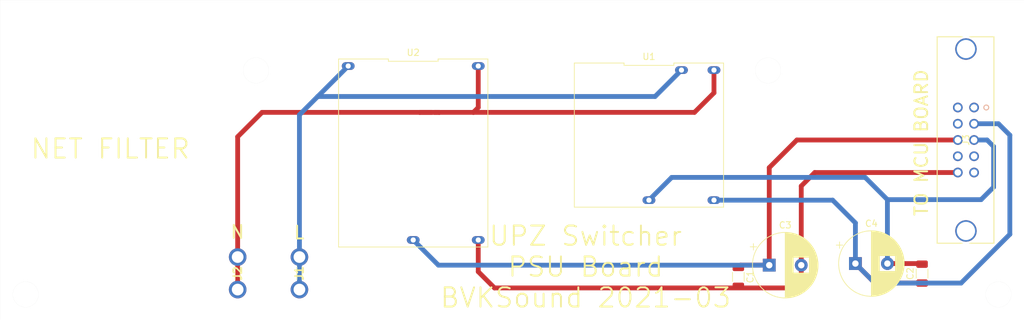
<source format=kicad_pcb>
(kicad_pcb (version 20171130) (host pcbnew "(5.1.9)-1")

  (general
    (thickness 1.6)
    (drawings 12)
    (tracks 56)
    (zones 0)
    (modules 9)
    (nets 15)
  )

  (page A4)
  (layers
    (0 F.Cu signal)
    (31 B.Cu signal)
    (32 B.Adhes user)
    (33 F.Adhes user)
    (34 B.Paste user)
    (35 F.Paste user)
    (36 B.SilkS user)
    (37 F.SilkS user)
    (38 B.Mask user)
    (39 F.Mask user)
    (40 Dwgs.User user)
    (41 Cmts.User user)
    (42 Eco1.User user)
    (43 Eco2.User user)
    (44 Edge.Cuts user)
    (45 Margin user)
    (46 B.CrtYd user)
    (47 F.CrtYd user)
    (48 B.Fab user)
    (49 F.Fab user)
  )

  (setup
    (last_trace_width 0.25)
    (user_trace_width 0.5)
    (user_trace_width 0.75)
    (user_trace_width 1)
    (trace_clearance 0.2)
    (zone_clearance 0.508)
    (zone_45_only no)
    (trace_min 0.2)
    (via_size 0.8)
    (via_drill 0.4)
    (via_min_size 0.4)
    (via_min_drill 0.3)
    (uvia_size 0.3)
    (uvia_drill 0.1)
    (uvias_allowed no)
    (uvia_min_size 0.2)
    (uvia_min_drill 0.1)
    (edge_width 0.05)
    (segment_width 0.2)
    (pcb_text_width 0.3)
    (pcb_text_size 1.5 1.5)
    (mod_edge_width 0.12)
    (mod_text_size 1 1)
    (mod_text_width 0.15)
    (pad_size 1.524 1.524)
    (pad_drill 0.762)
    (pad_to_mask_clearance 0)
    (aux_axis_origin 0 0)
    (visible_elements 7FFFFFFF)
    (pcbplotparams
      (layerselection 0x010fc_ffffffff)
      (usegerberextensions false)
      (usegerberattributes true)
      (usegerberadvancedattributes true)
      (creategerberjobfile true)
      (excludeedgelayer true)
      (linewidth 0.100000)
      (plotframeref false)
      (viasonmask false)
      (mode 1)
      (useauxorigin false)
      (hpglpennumber 1)
      (hpglpenspeed 20)
      (hpglpendiameter 15.000000)
      (psnegative false)
      (psa4output false)
      (plotreference true)
      (plotvalue true)
      (plotinvisibletext false)
      (padsonsilk false)
      (subtractmaskfromsilk false)
      (outputformat 1)
      (mirror false)
      (drillshape 0)
      (scaleselection 1)
      (outputdirectory "../../GERBER/PSU_Board/"))
  )

  (net 0 "")
  (net 1 Phantom_48V_GND)
  (net 2 Phantom_48V)
  (net 3 5V_GND)
  (net 4 5V)
  (net 5 "Net-(J1-Pad1)")
  (net 6 "Net-(J2-Pad1)")
  (net 7 "Net-(J3-Pad1)")
  (net 8 "Net-(J3-Pad2)")
  (net 9 "Net-(J3-Pad4)")
  (net 10 "Net-(J3-Pad7)")
  (net 11 "Net-(J3-Pad8)")
  (net 12 "Net-(J3-Pad9)")
  (net 13 "Net-(J3-Pad11)")
  (net 14 "Net-(J3-Pad12)")

  (net_class Default "This is the default net class."
    (clearance 0.2)
    (trace_width 0.25)
    (via_dia 0.8)
    (via_drill 0.4)
    (uvia_dia 0.3)
    (uvia_drill 0.1)
    (add_net 5V)
    (add_net 5V_GND)
    (add_net "Net-(J1-Pad1)")
    (add_net "Net-(J2-Pad1)")
    (add_net "Net-(J3-Pad1)")
    (add_net "Net-(J3-Pad11)")
    (add_net "Net-(J3-Pad12)")
    (add_net "Net-(J3-Pad2)")
    (add_net "Net-(J3-Pad4)")
    (add_net "Net-(J3-Pad7)")
    (add_net "Net-(J3-Pad8)")
    (add_net "Net-(J3-Pad9)")
    (add_net Phantom_48V)
    (add_net Phantom_48V_GND)
  )

  (module BVKSound:17263862 (layer F.Cu) (tedit 0) (tstamp 604EC565)
    (at 109.982 136.398 90)
    (descr 1-726386-2-3)
    (tags Connector)
    (path /604F3218)
    (fp_text reference J2 (at 2.54 0 90) (layer F.SilkS)
      (effects (font (size 1.27 1.27) (thickness 0.254)))
    )
    (fp_text value 1-726386-2 (at 2.54 0 90) (layer F.SilkS) hide
      (effects (font (size 1.27 1.27) (thickness 0.254)))
    )
    (fp_line (start 1.54 0.4) (end 3.54 0.4) (layer F.SilkS) (width 0.1))
    (fp_line (start 1.54 -0.4) (end 3.54 -0.4) (layer F.SilkS) (width 0.1))
    (fp_line (start -2.46 2.372) (end -2.46 -2.372) (layer F.CrtYd) (width 0.1))
    (fp_line (start 7.54 2.372) (end -2.46 2.372) (layer F.CrtYd) (width 0.1))
    (fp_line (start 7.54 -2.372) (end 7.54 2.372) (layer F.CrtYd) (width 0.1))
    (fp_line (start -2.46 -2.372) (end 7.54 -2.372) (layer F.CrtYd) (width 0.1))
    (fp_line (start -1.46 0.4) (end -1.46 -0.4) (layer F.Fab) (width 0.2))
    (fp_line (start 6.54 0.4) (end -1.46 0.4) (layer F.Fab) (width 0.2))
    (fp_line (start 6.54 -0.4) (end 6.54 0.4) (layer F.Fab) (width 0.2))
    (fp_line (start -1.46 -0.4) (end 6.54 -0.4) (layer F.Fab) (width 0.2))
    (fp_text user %R (at 2.54 0 90) (layer F.Fab)
      (effects (font (size 1.27 1.27) (thickness 0.254)))
    )
    (pad 1 thru_hole circle (at 0 0 90) (size 2.745 2.745) (drill 1.83) (layers *.Cu *.Mask)
      (net 6 "Net-(J2-Pad1)"))
    (pad 2 thru_hole circle (at 5.08 0 90) (size 2.745 2.745) (drill 1.83) (layers *.Cu *.Mask)
      (net 6 "Net-(J2-Pad1)"))
    (model 1-726386-2.stp
      (offset (xyz 2.539999923706063 0 9.949999659831125))
      (scale (xyz 1 1 1))
      (rotate (xyz 0 0 0))
    )
  )

  (module BVKSound:17263862 (layer F.Cu) (tedit 0) (tstamp 604EC554)
    (at 119.634 136.398 90)
    (descr 1-726386-2-3)
    (tags Connector)
    (path /604F269E)
    (fp_text reference J1 (at 2.54 0 90) (layer F.SilkS)
      (effects (font (size 1.27 1.27) (thickness 0.254)))
    )
    (fp_text value 1-726386-2 (at 2.54 0 90) (layer F.SilkS) hide
      (effects (font (size 1.27 1.27) (thickness 0.254)))
    )
    (fp_line (start 1.54 0.4) (end 3.54 0.4) (layer F.SilkS) (width 0.1))
    (fp_line (start 1.54 -0.4) (end 3.54 -0.4) (layer F.SilkS) (width 0.1))
    (fp_line (start -2.46 2.372) (end -2.46 -2.372) (layer F.CrtYd) (width 0.1))
    (fp_line (start 7.54 2.372) (end -2.46 2.372) (layer F.CrtYd) (width 0.1))
    (fp_line (start 7.54 -2.372) (end 7.54 2.372) (layer F.CrtYd) (width 0.1))
    (fp_line (start -2.46 -2.372) (end 7.54 -2.372) (layer F.CrtYd) (width 0.1))
    (fp_line (start -1.46 0.4) (end -1.46 -0.4) (layer F.Fab) (width 0.2))
    (fp_line (start 6.54 0.4) (end -1.46 0.4) (layer F.Fab) (width 0.2))
    (fp_line (start 6.54 -0.4) (end 6.54 0.4) (layer F.Fab) (width 0.2))
    (fp_line (start -1.46 -0.4) (end 6.54 -0.4) (layer F.Fab) (width 0.2))
    (fp_text user %R (at 2.54 0 90) (layer F.Fab)
      (effects (font (size 1.27 1.27) (thickness 0.254)))
    )
    (pad 1 thru_hole circle (at 0 0 90) (size 2.745 2.745) (drill 1.83) (layers *.Cu *.Mask)
      (net 5 "Net-(J1-Pad1)"))
    (pad 2 thru_hole circle (at 5.08 0 90) (size 2.745 2.745) (drill 1.83) (layers *.Cu *.Mask)
      (net 5 "Net-(J1-Pad1)"))
    (model 1-726386-2.stp
      (offset (xyz 2.539999923706063 0 9.949999659831125))
      (scale (xyz 1 1 1))
      (rotate (xyz 0 0 0))
    )
  )

  (module BVKSound:71918-110LF (layer F.Cu) (tedit 0) (tstamp 604ECFB0)
    (at 225.044 107.95 270)
    (path /60506587)
    (fp_text reference J3 (at 5.08 1.27 90) (layer F.SilkS)
      (effects (font (size 1 1) (thickness 0.15)))
    )
    (fp_text value "TO MCU BOARD" (at 5.5 8.244 90) (layer F.SilkS)
      (effects (font (size 2 2) (thickness 0.3)))
    )
    (fp_circle (center 0 -1.905) (end 0.381 -1.905) (layer F.Fab) (width 0.1524))
    (fp_circle (center 0 -1.905) (end 0.381 -1.905) (layer B.SilkS) (width 0.1524))
    (fp_circle (center 0 -1.905) (end 0.381 -1.905) (layer F.SilkS) (width 0.1524))
    (fp_line (start 21.336 -7.493) (end -11.176 -7.493) (layer F.CrtYd) (width 0.1524))
    (fp_line (start 21.336 5.8928) (end 21.336 -7.493) (layer F.CrtYd) (width 0.1524))
    (fp_line (start -11.176 5.8928) (end 21.336 5.8928) (layer F.CrtYd) (width 0.1524))
    (fp_line (start -11.176 -7.493) (end -11.176 5.8928) (layer F.CrtYd) (width 0.1524))
    (fp_line (start 21.209 0.670775) (end 21.209 -3.0988) (layer F.SilkS) (width 0.1524))
    (fp_line (start -11.049 1.869225) (end -11.049 5.7658) (layer F.SilkS) (width 0.1524))
    (fp_line (start -10.922 -2.9718) (end -10.922 5.6388) (layer F.Fab) (width 0.1524))
    (fp_line (start 21.082 -2.9718) (end -10.922 -2.9718) (layer F.Fab) (width 0.1524))
    (fp_line (start 21.082 5.6388) (end 21.082 -2.9718) (layer F.Fab) (width 0.1524))
    (fp_line (start -10.922 5.6388) (end 21.082 5.6388) (layer F.Fab) (width 0.1524))
    (fp_line (start -11.049 -3.0988) (end -11.049 0.670775) (layer F.SilkS) (width 0.1524))
    (fp_line (start 21.209 -3.0988) (end -11.049 -3.0988) (layer F.SilkS) (width 0.1524))
    (fp_line (start 21.209 5.7658) (end 21.209 1.869225) (layer F.SilkS) (width 0.1524))
    (fp_line (start -11.049 5.7658) (end 21.209 5.7658) (layer F.SilkS) (width 0.1524))
    (fp_text user "Copyright 2016 Accelerated Designs. All rights reserved." (at 0 0 90) (layer Cmts.User)
      (effects (font (size 0.127 0.127) (thickness 0.002)))
    )
    (fp_text user * (at 0 0 90) (layer F.SilkS)
      (effects (font (size 1 1) (thickness 0.15)))
    )
    (fp_text user * (at 0 0 90) (layer F.Fab)
      (effects (font (size 1 1) (thickness 0.15)))
    )
    (pad 1 thru_hole circle (at 0 0 270) (size 1.524 1.524) (drill 1.016) (layers *.Cu *.Mask)
      (net 7 "Net-(J3-Pad1)"))
    (pad 2 thru_hole circle (at 0 2.54 270) (size 1.524 1.524) (drill 1.016) (layers *.Cu *.Mask)
      (net 8 "Net-(J3-Pad2)"))
    (pad 3 thru_hole circle (at 2.54 0 270) (size 1.524 1.524) (drill 1.016) (layers *.Cu *.Mask)
      (net 4 5V))
    (pad 4 thru_hole circle (at 2.54 2.54 270) (size 1.524 1.524) (drill 1.016) (layers *.Cu *.Mask)
      (net 9 "Net-(J3-Pad4)"))
    (pad 5 thru_hole circle (at 5.08 0 270) (size 1.524 1.524) (drill 1.016) (layers *.Cu *.Mask)
      (net 3 5V_GND))
    (pad 6 thru_hole circle (at 5.08 2.54 270) (size 1.524 1.524) (drill 1.016) (layers *.Cu *.Mask)
      (net 2 Phantom_48V))
    (pad 7 thru_hole circle (at 7.62 0 270) (size 1.524 1.524) (drill 1.016) (layers *.Cu *.Mask)
      (net 10 "Net-(J3-Pad7)"))
    (pad 8 thru_hole circle (at 7.62 2.54 270) (size 1.524 1.524) (drill 1.016) (layers *.Cu *.Mask)
      (net 11 "Net-(J3-Pad8)"))
    (pad 9 thru_hole circle (at 10.16 0 270) (size 1.524 1.524) (drill 1.016) (layers *.Cu *.Mask)
      (net 12 "Net-(J3-Pad9)"))
    (pad 10 thru_hole circle (at 10.16 2.54 270) (size 1.524 1.524) (drill 1.016) (layers *.Cu *.Mask)
      (net 1 Phantom_48V_GND))
    (pad 11 thru_hole circle (at -9.1313 1.27 270) (size 3.3528 3.3528) (drill 2.8448) (layers *.Cu *.Mask)
      (net 13 "Net-(J3-Pad11)"))
    (pad 12 thru_hole circle (at 19.2913 1.27 270) (size 3.3528 3.3528) (drill 2.8448) (layers *.Cu *.Mask)
      (net 14 "Net-(J3-Pad12)"))
  )

  (module BVKSound:VCE05US48 (layer F.Cu) (tedit 604E0B68) (tstamp 604EC58D)
    (at 137.414 115.062 270)
    (path /604FA8EF)
    (fp_text reference U2 (at -15.69 0) (layer F.SilkS)
      (effects (font (size 1 1) (thickness 0.15)))
    )
    (fp_text value VCE05US48 (at 0 0 90) (layer F.Fab)
      (effects (font (size 1 1) (thickness 0.15)))
    )
    (fp_line (start -14.44 11.41) (end -14.44 -11.41) (layer F.CrtYd) (width 0.05))
    (fp_line (start 14.44 11.41) (end -14.44 11.41) (layer F.CrtYd) (width 0.05))
    (fp_line (start 14.44 -11.41) (end 14.44 11.41) (layer F.CrtYd) (width 0.05))
    (fp_line (start -14.44 -11.41) (end 14.44 -11.41) (layer F.CrtYd) (width 0.05))
    (fp_line (start -14.69 3.886666) (end -14.69 11.66) (layer F.SilkS) (width 0.12))
    (fp_line (start -14.33 3.886666) (end -14.69 3.886666) (layer F.SilkS) (width 0.12))
    (fp_line (start -14.33 -3.886666) (end -14.33 3.886666) (layer F.SilkS) (width 0.12))
    (fp_line (start -14.69 -3.886666) (end -14.33 -3.886666) (layer F.SilkS) (width 0.12))
    (fp_line (start -14.69 -11.66) (end -14.69 -3.886666) (layer F.SilkS) (width 0.12))
    (fp_line (start 14.69 -11.66) (end -14.69 -11.66) (layer F.SilkS) (width 0.12))
    (fp_line (start 14.69 11.66) (end 14.69 -11.66) (layer F.SilkS) (width 0.12))
    (fp_line (start -14.69 11.66) (end 14.69 11.66) (layer F.SilkS) (width 0.12))
    (pad 3 thru_hole oval (at 13.59 0 270) (size 1.2 2) (drill 0.8) (layers *.Cu *.Mask)
      (net 2 Phantom_48V))
    (pad 4 thru_hole oval (at 13.59 -10.16 270) (size 1.2 2) (drill 0.8) (layers *.Cu *.Mask)
      (net 1 Phantom_48V_GND))
    (pad 1 thru_hole oval (at -13.59 10.16 270) (size 1.2 2) (drill 0.8) (layers *.Cu *.Mask)
      (net 5 "Net-(J1-Pad1)"))
    (pad 2 thru_hole oval (at -13.59 -10.16 270) (size 1.2 2) (drill 0.8) (layers *.Cu *.Mask)
      (net 6 "Net-(J2-Pad1)"))
  )

  (module BVKSound:MP-LD05-23B05R2 (layer F.Cu) (tedit 604E0CC3) (tstamp 604EC579)
    (at 174.244 112.268 270)
    (path /604FA094)
    (fp_text reference U1 (at -12.26 0) (layer F.SilkS)
      (effects (font (size 1 1) (thickness 0.15)))
    )
    (fp_text value MP-LD05-23B05R2 (at 0 0 90) (layer F.Fab)
      (effects (font (size 1 1) (thickness 0.15)))
    )
    (fp_line (start -11.01 11.41) (end -11.01 -11.41) (layer F.CrtYd) (width 0.05))
    (fp_line (start 11.01 11.41) (end -11.01 11.41) (layer F.CrtYd) (width 0.05))
    (fp_line (start 11.01 -11.41) (end 11.01 11.41) (layer F.CrtYd) (width 0.05))
    (fp_line (start -11.01 -11.41) (end 11.01 -11.41) (layer F.CrtYd) (width 0.05))
    (fp_line (start -11.26 3.886666) (end -11.26 11.66) (layer F.SilkS) (width 0.12))
    (fp_line (start -10.9 3.886666) (end -11.26 3.886666) (layer F.SilkS) (width 0.12))
    (fp_line (start -10.9 -3.886666) (end -10.9 3.886666) (layer F.SilkS) (width 0.12))
    (fp_line (start -11.26 -3.886666) (end -10.9 -3.886666) (layer F.SilkS) (width 0.12))
    (fp_line (start -11.26 -11.66) (end -11.26 -3.886666) (layer F.SilkS) (width 0.12))
    (fp_line (start 11.26 -11.66) (end -11.26 -11.66) (layer F.SilkS) (width 0.12))
    (fp_line (start 11.26 11.66) (end 11.26 -11.66) (layer F.SilkS) (width 0.12))
    (fp_line (start -11.26 11.66) (end 11.26 11.66) (layer F.SilkS) (width 0.12))
    (pad 4 thru_hole oval (at 10.16 0 270) (size 1.2 2) (drill 0.8) (layers *.Cu *.Mask)
      (net 3 5V_GND))
    (pad 3 thru_hole oval (at 10.16 -10.16 270) (size 1.2 2) (drill 0.8) (layers *.Cu *.Mask)
      (net 4 5V))
    (pad 1 thru_hole oval (at -10.16 -5.08 270) (size 1.2 2) (drill 0.8) (layers *.Cu *.Mask)
      (net 5 "Net-(J1-Pad1)"))
    (pad 2 thru_hole oval (at -10.16 -10.16 270) (size 1.2 2) (drill 0.8) (layers *.Cu *.Mask)
      (net 6 "Net-(J2-Pad1)"))
  )

  (module Capacitor_THT:CP_Radial_D10.0mm_P5.00mm (layer F.Cu) (tedit 5AE50EF1) (tstamp 604EC543)
    (at 206.502 132.334)
    (descr "CP, Radial series, Radial, pin pitch=5.00mm, , diameter=10mm, Electrolytic Capacitor")
    (tags "CP Radial series Radial pin pitch 5.00mm  diameter 10mm Electrolytic Capacitor")
    (path /604FDA4F)
    (fp_text reference C4 (at 2.5 -6.25) (layer F.SilkS)
      (effects (font (size 1 1) (thickness 0.15)))
    )
    (fp_text value 100uF (at 2.5 6.25) (layer F.Fab)
      (effects (font (size 1 1) (thickness 0.15)))
    )
    (fp_line (start -2.479646 -3.375) (end -2.479646 -2.375) (layer F.SilkS) (width 0.12))
    (fp_line (start -2.979646 -2.875) (end -1.979646 -2.875) (layer F.SilkS) (width 0.12))
    (fp_line (start 7.581 -0.599) (end 7.581 0.599) (layer F.SilkS) (width 0.12))
    (fp_line (start 7.541 -0.862) (end 7.541 0.862) (layer F.SilkS) (width 0.12))
    (fp_line (start 7.501 -1.062) (end 7.501 1.062) (layer F.SilkS) (width 0.12))
    (fp_line (start 7.461 -1.23) (end 7.461 1.23) (layer F.SilkS) (width 0.12))
    (fp_line (start 7.421 -1.378) (end 7.421 1.378) (layer F.SilkS) (width 0.12))
    (fp_line (start 7.381 -1.51) (end 7.381 1.51) (layer F.SilkS) (width 0.12))
    (fp_line (start 7.341 -1.63) (end 7.341 1.63) (layer F.SilkS) (width 0.12))
    (fp_line (start 7.301 -1.742) (end 7.301 1.742) (layer F.SilkS) (width 0.12))
    (fp_line (start 7.261 -1.846) (end 7.261 1.846) (layer F.SilkS) (width 0.12))
    (fp_line (start 7.221 -1.944) (end 7.221 1.944) (layer F.SilkS) (width 0.12))
    (fp_line (start 7.181 -2.037) (end 7.181 2.037) (layer F.SilkS) (width 0.12))
    (fp_line (start 7.141 -2.125) (end 7.141 2.125) (layer F.SilkS) (width 0.12))
    (fp_line (start 7.101 -2.209) (end 7.101 2.209) (layer F.SilkS) (width 0.12))
    (fp_line (start 7.061 -2.289) (end 7.061 2.289) (layer F.SilkS) (width 0.12))
    (fp_line (start 7.021 -2.365) (end 7.021 2.365) (layer F.SilkS) (width 0.12))
    (fp_line (start 6.981 -2.439) (end 6.981 2.439) (layer F.SilkS) (width 0.12))
    (fp_line (start 6.941 -2.51) (end 6.941 2.51) (layer F.SilkS) (width 0.12))
    (fp_line (start 6.901 -2.579) (end 6.901 2.579) (layer F.SilkS) (width 0.12))
    (fp_line (start 6.861 -2.645) (end 6.861 2.645) (layer F.SilkS) (width 0.12))
    (fp_line (start 6.821 -2.709) (end 6.821 2.709) (layer F.SilkS) (width 0.12))
    (fp_line (start 6.781 -2.77) (end 6.781 2.77) (layer F.SilkS) (width 0.12))
    (fp_line (start 6.741 -2.83) (end 6.741 2.83) (layer F.SilkS) (width 0.12))
    (fp_line (start 6.701 -2.889) (end 6.701 2.889) (layer F.SilkS) (width 0.12))
    (fp_line (start 6.661 -2.945) (end 6.661 2.945) (layer F.SilkS) (width 0.12))
    (fp_line (start 6.621 -3) (end 6.621 3) (layer F.SilkS) (width 0.12))
    (fp_line (start 6.581 -3.054) (end 6.581 3.054) (layer F.SilkS) (width 0.12))
    (fp_line (start 6.541 -3.106) (end 6.541 3.106) (layer F.SilkS) (width 0.12))
    (fp_line (start 6.501 -3.156) (end 6.501 3.156) (layer F.SilkS) (width 0.12))
    (fp_line (start 6.461 -3.206) (end 6.461 3.206) (layer F.SilkS) (width 0.12))
    (fp_line (start 6.421 -3.254) (end 6.421 3.254) (layer F.SilkS) (width 0.12))
    (fp_line (start 6.381 -3.301) (end 6.381 3.301) (layer F.SilkS) (width 0.12))
    (fp_line (start 6.341 -3.347) (end 6.341 3.347) (layer F.SilkS) (width 0.12))
    (fp_line (start 6.301 -3.392) (end 6.301 3.392) (layer F.SilkS) (width 0.12))
    (fp_line (start 6.261 -3.436) (end 6.261 3.436) (layer F.SilkS) (width 0.12))
    (fp_line (start 6.221 1.241) (end 6.221 3.478) (layer F.SilkS) (width 0.12))
    (fp_line (start 6.221 -3.478) (end 6.221 -1.241) (layer F.SilkS) (width 0.12))
    (fp_line (start 6.181 1.241) (end 6.181 3.52) (layer F.SilkS) (width 0.12))
    (fp_line (start 6.181 -3.52) (end 6.181 -1.241) (layer F.SilkS) (width 0.12))
    (fp_line (start 6.141 1.241) (end 6.141 3.561) (layer F.SilkS) (width 0.12))
    (fp_line (start 6.141 -3.561) (end 6.141 -1.241) (layer F.SilkS) (width 0.12))
    (fp_line (start 6.101 1.241) (end 6.101 3.601) (layer F.SilkS) (width 0.12))
    (fp_line (start 6.101 -3.601) (end 6.101 -1.241) (layer F.SilkS) (width 0.12))
    (fp_line (start 6.061 1.241) (end 6.061 3.64) (layer F.SilkS) (width 0.12))
    (fp_line (start 6.061 -3.64) (end 6.061 -1.241) (layer F.SilkS) (width 0.12))
    (fp_line (start 6.021 1.241) (end 6.021 3.679) (layer F.SilkS) (width 0.12))
    (fp_line (start 6.021 -3.679) (end 6.021 -1.241) (layer F.SilkS) (width 0.12))
    (fp_line (start 5.981 1.241) (end 5.981 3.716) (layer F.SilkS) (width 0.12))
    (fp_line (start 5.981 -3.716) (end 5.981 -1.241) (layer F.SilkS) (width 0.12))
    (fp_line (start 5.941 1.241) (end 5.941 3.753) (layer F.SilkS) (width 0.12))
    (fp_line (start 5.941 -3.753) (end 5.941 -1.241) (layer F.SilkS) (width 0.12))
    (fp_line (start 5.901 1.241) (end 5.901 3.789) (layer F.SilkS) (width 0.12))
    (fp_line (start 5.901 -3.789) (end 5.901 -1.241) (layer F.SilkS) (width 0.12))
    (fp_line (start 5.861 1.241) (end 5.861 3.824) (layer F.SilkS) (width 0.12))
    (fp_line (start 5.861 -3.824) (end 5.861 -1.241) (layer F.SilkS) (width 0.12))
    (fp_line (start 5.821 1.241) (end 5.821 3.858) (layer F.SilkS) (width 0.12))
    (fp_line (start 5.821 -3.858) (end 5.821 -1.241) (layer F.SilkS) (width 0.12))
    (fp_line (start 5.781 1.241) (end 5.781 3.892) (layer F.SilkS) (width 0.12))
    (fp_line (start 5.781 -3.892) (end 5.781 -1.241) (layer F.SilkS) (width 0.12))
    (fp_line (start 5.741 1.241) (end 5.741 3.925) (layer F.SilkS) (width 0.12))
    (fp_line (start 5.741 -3.925) (end 5.741 -1.241) (layer F.SilkS) (width 0.12))
    (fp_line (start 5.701 1.241) (end 5.701 3.957) (layer F.SilkS) (width 0.12))
    (fp_line (start 5.701 -3.957) (end 5.701 -1.241) (layer F.SilkS) (width 0.12))
    (fp_line (start 5.661 1.241) (end 5.661 3.989) (layer F.SilkS) (width 0.12))
    (fp_line (start 5.661 -3.989) (end 5.661 -1.241) (layer F.SilkS) (width 0.12))
    (fp_line (start 5.621 1.241) (end 5.621 4.02) (layer F.SilkS) (width 0.12))
    (fp_line (start 5.621 -4.02) (end 5.621 -1.241) (layer F.SilkS) (width 0.12))
    (fp_line (start 5.581 1.241) (end 5.581 4.05) (layer F.SilkS) (width 0.12))
    (fp_line (start 5.581 -4.05) (end 5.581 -1.241) (layer F.SilkS) (width 0.12))
    (fp_line (start 5.541 1.241) (end 5.541 4.08) (layer F.SilkS) (width 0.12))
    (fp_line (start 5.541 -4.08) (end 5.541 -1.241) (layer F.SilkS) (width 0.12))
    (fp_line (start 5.501 1.241) (end 5.501 4.11) (layer F.SilkS) (width 0.12))
    (fp_line (start 5.501 -4.11) (end 5.501 -1.241) (layer F.SilkS) (width 0.12))
    (fp_line (start 5.461 1.241) (end 5.461 4.138) (layer F.SilkS) (width 0.12))
    (fp_line (start 5.461 -4.138) (end 5.461 -1.241) (layer F.SilkS) (width 0.12))
    (fp_line (start 5.421 1.241) (end 5.421 4.166) (layer F.SilkS) (width 0.12))
    (fp_line (start 5.421 -4.166) (end 5.421 -1.241) (layer F.SilkS) (width 0.12))
    (fp_line (start 5.381 1.241) (end 5.381 4.194) (layer F.SilkS) (width 0.12))
    (fp_line (start 5.381 -4.194) (end 5.381 -1.241) (layer F.SilkS) (width 0.12))
    (fp_line (start 5.341 1.241) (end 5.341 4.221) (layer F.SilkS) (width 0.12))
    (fp_line (start 5.341 -4.221) (end 5.341 -1.241) (layer F.SilkS) (width 0.12))
    (fp_line (start 5.301 1.241) (end 5.301 4.247) (layer F.SilkS) (width 0.12))
    (fp_line (start 5.301 -4.247) (end 5.301 -1.241) (layer F.SilkS) (width 0.12))
    (fp_line (start 5.261 1.241) (end 5.261 4.273) (layer F.SilkS) (width 0.12))
    (fp_line (start 5.261 -4.273) (end 5.261 -1.241) (layer F.SilkS) (width 0.12))
    (fp_line (start 5.221 1.241) (end 5.221 4.298) (layer F.SilkS) (width 0.12))
    (fp_line (start 5.221 -4.298) (end 5.221 -1.241) (layer F.SilkS) (width 0.12))
    (fp_line (start 5.181 1.241) (end 5.181 4.323) (layer F.SilkS) (width 0.12))
    (fp_line (start 5.181 -4.323) (end 5.181 -1.241) (layer F.SilkS) (width 0.12))
    (fp_line (start 5.141 1.241) (end 5.141 4.347) (layer F.SilkS) (width 0.12))
    (fp_line (start 5.141 -4.347) (end 5.141 -1.241) (layer F.SilkS) (width 0.12))
    (fp_line (start 5.101 1.241) (end 5.101 4.371) (layer F.SilkS) (width 0.12))
    (fp_line (start 5.101 -4.371) (end 5.101 -1.241) (layer F.SilkS) (width 0.12))
    (fp_line (start 5.061 1.241) (end 5.061 4.395) (layer F.SilkS) (width 0.12))
    (fp_line (start 5.061 -4.395) (end 5.061 -1.241) (layer F.SilkS) (width 0.12))
    (fp_line (start 5.021 1.241) (end 5.021 4.417) (layer F.SilkS) (width 0.12))
    (fp_line (start 5.021 -4.417) (end 5.021 -1.241) (layer F.SilkS) (width 0.12))
    (fp_line (start 4.981 1.241) (end 4.981 4.44) (layer F.SilkS) (width 0.12))
    (fp_line (start 4.981 -4.44) (end 4.981 -1.241) (layer F.SilkS) (width 0.12))
    (fp_line (start 4.941 1.241) (end 4.941 4.462) (layer F.SilkS) (width 0.12))
    (fp_line (start 4.941 -4.462) (end 4.941 -1.241) (layer F.SilkS) (width 0.12))
    (fp_line (start 4.901 1.241) (end 4.901 4.483) (layer F.SilkS) (width 0.12))
    (fp_line (start 4.901 -4.483) (end 4.901 -1.241) (layer F.SilkS) (width 0.12))
    (fp_line (start 4.861 1.241) (end 4.861 4.504) (layer F.SilkS) (width 0.12))
    (fp_line (start 4.861 -4.504) (end 4.861 -1.241) (layer F.SilkS) (width 0.12))
    (fp_line (start 4.821 1.241) (end 4.821 4.525) (layer F.SilkS) (width 0.12))
    (fp_line (start 4.821 -4.525) (end 4.821 -1.241) (layer F.SilkS) (width 0.12))
    (fp_line (start 4.781 1.241) (end 4.781 4.545) (layer F.SilkS) (width 0.12))
    (fp_line (start 4.781 -4.545) (end 4.781 -1.241) (layer F.SilkS) (width 0.12))
    (fp_line (start 4.741 1.241) (end 4.741 4.564) (layer F.SilkS) (width 0.12))
    (fp_line (start 4.741 -4.564) (end 4.741 -1.241) (layer F.SilkS) (width 0.12))
    (fp_line (start 4.701 1.241) (end 4.701 4.584) (layer F.SilkS) (width 0.12))
    (fp_line (start 4.701 -4.584) (end 4.701 -1.241) (layer F.SilkS) (width 0.12))
    (fp_line (start 4.661 1.241) (end 4.661 4.603) (layer F.SilkS) (width 0.12))
    (fp_line (start 4.661 -4.603) (end 4.661 -1.241) (layer F.SilkS) (width 0.12))
    (fp_line (start 4.621 1.241) (end 4.621 4.621) (layer F.SilkS) (width 0.12))
    (fp_line (start 4.621 -4.621) (end 4.621 -1.241) (layer F.SilkS) (width 0.12))
    (fp_line (start 4.581 1.241) (end 4.581 4.639) (layer F.SilkS) (width 0.12))
    (fp_line (start 4.581 -4.639) (end 4.581 -1.241) (layer F.SilkS) (width 0.12))
    (fp_line (start 4.541 1.241) (end 4.541 4.657) (layer F.SilkS) (width 0.12))
    (fp_line (start 4.541 -4.657) (end 4.541 -1.241) (layer F.SilkS) (width 0.12))
    (fp_line (start 4.501 1.241) (end 4.501 4.674) (layer F.SilkS) (width 0.12))
    (fp_line (start 4.501 -4.674) (end 4.501 -1.241) (layer F.SilkS) (width 0.12))
    (fp_line (start 4.461 1.241) (end 4.461 4.69) (layer F.SilkS) (width 0.12))
    (fp_line (start 4.461 -4.69) (end 4.461 -1.241) (layer F.SilkS) (width 0.12))
    (fp_line (start 4.421 1.241) (end 4.421 4.707) (layer F.SilkS) (width 0.12))
    (fp_line (start 4.421 -4.707) (end 4.421 -1.241) (layer F.SilkS) (width 0.12))
    (fp_line (start 4.381 1.241) (end 4.381 4.723) (layer F.SilkS) (width 0.12))
    (fp_line (start 4.381 -4.723) (end 4.381 -1.241) (layer F.SilkS) (width 0.12))
    (fp_line (start 4.341 1.241) (end 4.341 4.738) (layer F.SilkS) (width 0.12))
    (fp_line (start 4.341 -4.738) (end 4.341 -1.241) (layer F.SilkS) (width 0.12))
    (fp_line (start 4.301 1.241) (end 4.301 4.754) (layer F.SilkS) (width 0.12))
    (fp_line (start 4.301 -4.754) (end 4.301 -1.241) (layer F.SilkS) (width 0.12))
    (fp_line (start 4.261 1.241) (end 4.261 4.768) (layer F.SilkS) (width 0.12))
    (fp_line (start 4.261 -4.768) (end 4.261 -1.241) (layer F.SilkS) (width 0.12))
    (fp_line (start 4.221 1.241) (end 4.221 4.783) (layer F.SilkS) (width 0.12))
    (fp_line (start 4.221 -4.783) (end 4.221 -1.241) (layer F.SilkS) (width 0.12))
    (fp_line (start 4.181 1.241) (end 4.181 4.797) (layer F.SilkS) (width 0.12))
    (fp_line (start 4.181 -4.797) (end 4.181 -1.241) (layer F.SilkS) (width 0.12))
    (fp_line (start 4.141 1.241) (end 4.141 4.811) (layer F.SilkS) (width 0.12))
    (fp_line (start 4.141 -4.811) (end 4.141 -1.241) (layer F.SilkS) (width 0.12))
    (fp_line (start 4.101 1.241) (end 4.101 4.824) (layer F.SilkS) (width 0.12))
    (fp_line (start 4.101 -4.824) (end 4.101 -1.241) (layer F.SilkS) (width 0.12))
    (fp_line (start 4.061 1.241) (end 4.061 4.837) (layer F.SilkS) (width 0.12))
    (fp_line (start 4.061 -4.837) (end 4.061 -1.241) (layer F.SilkS) (width 0.12))
    (fp_line (start 4.021 1.241) (end 4.021 4.85) (layer F.SilkS) (width 0.12))
    (fp_line (start 4.021 -4.85) (end 4.021 -1.241) (layer F.SilkS) (width 0.12))
    (fp_line (start 3.981 1.241) (end 3.981 4.862) (layer F.SilkS) (width 0.12))
    (fp_line (start 3.981 -4.862) (end 3.981 -1.241) (layer F.SilkS) (width 0.12))
    (fp_line (start 3.941 1.241) (end 3.941 4.874) (layer F.SilkS) (width 0.12))
    (fp_line (start 3.941 -4.874) (end 3.941 -1.241) (layer F.SilkS) (width 0.12))
    (fp_line (start 3.901 1.241) (end 3.901 4.885) (layer F.SilkS) (width 0.12))
    (fp_line (start 3.901 -4.885) (end 3.901 -1.241) (layer F.SilkS) (width 0.12))
    (fp_line (start 3.861 1.241) (end 3.861 4.897) (layer F.SilkS) (width 0.12))
    (fp_line (start 3.861 -4.897) (end 3.861 -1.241) (layer F.SilkS) (width 0.12))
    (fp_line (start 3.821 1.241) (end 3.821 4.907) (layer F.SilkS) (width 0.12))
    (fp_line (start 3.821 -4.907) (end 3.821 -1.241) (layer F.SilkS) (width 0.12))
    (fp_line (start 3.781 1.241) (end 3.781 4.918) (layer F.SilkS) (width 0.12))
    (fp_line (start 3.781 -4.918) (end 3.781 -1.241) (layer F.SilkS) (width 0.12))
    (fp_line (start 3.741 -4.928) (end 3.741 4.928) (layer F.SilkS) (width 0.12))
    (fp_line (start 3.701 -4.938) (end 3.701 4.938) (layer F.SilkS) (width 0.12))
    (fp_line (start 3.661 -4.947) (end 3.661 4.947) (layer F.SilkS) (width 0.12))
    (fp_line (start 3.621 -4.956) (end 3.621 4.956) (layer F.SilkS) (width 0.12))
    (fp_line (start 3.581 -4.965) (end 3.581 4.965) (layer F.SilkS) (width 0.12))
    (fp_line (start 3.541 -4.974) (end 3.541 4.974) (layer F.SilkS) (width 0.12))
    (fp_line (start 3.501 -4.982) (end 3.501 4.982) (layer F.SilkS) (width 0.12))
    (fp_line (start 3.461 -4.99) (end 3.461 4.99) (layer F.SilkS) (width 0.12))
    (fp_line (start 3.421 -4.997) (end 3.421 4.997) (layer F.SilkS) (width 0.12))
    (fp_line (start 3.381 -5.004) (end 3.381 5.004) (layer F.SilkS) (width 0.12))
    (fp_line (start 3.341 -5.011) (end 3.341 5.011) (layer F.SilkS) (width 0.12))
    (fp_line (start 3.301 -5.018) (end 3.301 5.018) (layer F.SilkS) (width 0.12))
    (fp_line (start 3.261 -5.024) (end 3.261 5.024) (layer F.SilkS) (width 0.12))
    (fp_line (start 3.221 -5.03) (end 3.221 5.03) (layer F.SilkS) (width 0.12))
    (fp_line (start 3.18 -5.035) (end 3.18 5.035) (layer F.SilkS) (width 0.12))
    (fp_line (start 3.14 -5.04) (end 3.14 5.04) (layer F.SilkS) (width 0.12))
    (fp_line (start 3.1 -5.045) (end 3.1 5.045) (layer F.SilkS) (width 0.12))
    (fp_line (start 3.06 -5.05) (end 3.06 5.05) (layer F.SilkS) (width 0.12))
    (fp_line (start 3.02 -5.054) (end 3.02 5.054) (layer F.SilkS) (width 0.12))
    (fp_line (start 2.98 -5.058) (end 2.98 5.058) (layer F.SilkS) (width 0.12))
    (fp_line (start 2.94 -5.062) (end 2.94 5.062) (layer F.SilkS) (width 0.12))
    (fp_line (start 2.9 -5.065) (end 2.9 5.065) (layer F.SilkS) (width 0.12))
    (fp_line (start 2.86 -5.068) (end 2.86 5.068) (layer F.SilkS) (width 0.12))
    (fp_line (start 2.82 -5.07) (end 2.82 5.07) (layer F.SilkS) (width 0.12))
    (fp_line (start 2.78 -5.073) (end 2.78 5.073) (layer F.SilkS) (width 0.12))
    (fp_line (start 2.74 -5.075) (end 2.74 5.075) (layer F.SilkS) (width 0.12))
    (fp_line (start 2.7 -5.077) (end 2.7 5.077) (layer F.SilkS) (width 0.12))
    (fp_line (start 2.66 -5.078) (end 2.66 5.078) (layer F.SilkS) (width 0.12))
    (fp_line (start 2.62 -5.079) (end 2.62 5.079) (layer F.SilkS) (width 0.12))
    (fp_line (start 2.58 -5.08) (end 2.58 5.08) (layer F.SilkS) (width 0.12))
    (fp_line (start 2.54 -5.08) (end 2.54 5.08) (layer F.SilkS) (width 0.12))
    (fp_line (start 2.5 -5.08) (end 2.5 5.08) (layer F.SilkS) (width 0.12))
    (fp_line (start -1.288861 -2.6875) (end -1.288861 -1.6875) (layer F.Fab) (width 0.1))
    (fp_line (start -1.788861 -2.1875) (end -0.788861 -2.1875) (layer F.Fab) (width 0.1))
    (fp_circle (center 2.5 0) (end 7.75 0) (layer F.CrtYd) (width 0.05))
    (fp_circle (center 2.5 0) (end 7.62 0) (layer F.SilkS) (width 0.12))
    (fp_circle (center 2.5 0) (end 7.5 0) (layer F.Fab) (width 0.1))
    (fp_text user %R (at 2.5 0) (layer F.Fab)
      (effects (font (size 1 1) (thickness 0.15)))
    )
    (pad 2 thru_hole circle (at 5 0) (size 2 2) (drill 1) (layers *.Cu *.Mask)
      (net 3 5V_GND))
    (pad 1 thru_hole rect (at 0 0) (size 2 2) (drill 1) (layers *.Cu *.Mask)
      (net 4 5V))
    (model ${KISYS3DMOD}/Capacitor_THT.3dshapes/CP_Radial_D10.0mm_P5.00mm.wrl
      (at (xyz 0 0 0))
      (scale (xyz 1 1 1))
      (rotate (xyz 0 0 0))
    )
  )

  (module Capacitor_THT:CP_Radial_D10.0mm_P5.00mm (layer F.Cu) (tedit 5AE50EF1) (tstamp 604EC477)
    (at 193.04 132.588)
    (descr "CP, Radial series, Radial, pin pitch=5.00mm, , diameter=10mm, Electrolytic Capacitor")
    (tags "CP Radial series Radial pin pitch 5.00mm  diameter 10mm Electrolytic Capacitor")
    (path /604FE10A)
    (fp_text reference C3 (at 2.5 -6.25) (layer F.SilkS)
      (effects (font (size 1 1) (thickness 0.15)))
    )
    (fp_text value 100uF (at 2.5 6.25) (layer F.Fab)
      (effects (font (size 1 1) (thickness 0.15)))
    )
    (fp_line (start -2.479646 -3.375) (end -2.479646 -2.375) (layer F.SilkS) (width 0.12))
    (fp_line (start -2.979646 -2.875) (end -1.979646 -2.875) (layer F.SilkS) (width 0.12))
    (fp_line (start 7.581 -0.599) (end 7.581 0.599) (layer F.SilkS) (width 0.12))
    (fp_line (start 7.541 -0.862) (end 7.541 0.862) (layer F.SilkS) (width 0.12))
    (fp_line (start 7.501 -1.062) (end 7.501 1.062) (layer F.SilkS) (width 0.12))
    (fp_line (start 7.461 -1.23) (end 7.461 1.23) (layer F.SilkS) (width 0.12))
    (fp_line (start 7.421 -1.378) (end 7.421 1.378) (layer F.SilkS) (width 0.12))
    (fp_line (start 7.381 -1.51) (end 7.381 1.51) (layer F.SilkS) (width 0.12))
    (fp_line (start 7.341 -1.63) (end 7.341 1.63) (layer F.SilkS) (width 0.12))
    (fp_line (start 7.301 -1.742) (end 7.301 1.742) (layer F.SilkS) (width 0.12))
    (fp_line (start 7.261 -1.846) (end 7.261 1.846) (layer F.SilkS) (width 0.12))
    (fp_line (start 7.221 -1.944) (end 7.221 1.944) (layer F.SilkS) (width 0.12))
    (fp_line (start 7.181 -2.037) (end 7.181 2.037) (layer F.SilkS) (width 0.12))
    (fp_line (start 7.141 -2.125) (end 7.141 2.125) (layer F.SilkS) (width 0.12))
    (fp_line (start 7.101 -2.209) (end 7.101 2.209) (layer F.SilkS) (width 0.12))
    (fp_line (start 7.061 -2.289) (end 7.061 2.289) (layer F.SilkS) (width 0.12))
    (fp_line (start 7.021 -2.365) (end 7.021 2.365) (layer F.SilkS) (width 0.12))
    (fp_line (start 6.981 -2.439) (end 6.981 2.439) (layer F.SilkS) (width 0.12))
    (fp_line (start 6.941 -2.51) (end 6.941 2.51) (layer F.SilkS) (width 0.12))
    (fp_line (start 6.901 -2.579) (end 6.901 2.579) (layer F.SilkS) (width 0.12))
    (fp_line (start 6.861 -2.645) (end 6.861 2.645) (layer F.SilkS) (width 0.12))
    (fp_line (start 6.821 -2.709) (end 6.821 2.709) (layer F.SilkS) (width 0.12))
    (fp_line (start 6.781 -2.77) (end 6.781 2.77) (layer F.SilkS) (width 0.12))
    (fp_line (start 6.741 -2.83) (end 6.741 2.83) (layer F.SilkS) (width 0.12))
    (fp_line (start 6.701 -2.889) (end 6.701 2.889) (layer F.SilkS) (width 0.12))
    (fp_line (start 6.661 -2.945) (end 6.661 2.945) (layer F.SilkS) (width 0.12))
    (fp_line (start 6.621 -3) (end 6.621 3) (layer F.SilkS) (width 0.12))
    (fp_line (start 6.581 -3.054) (end 6.581 3.054) (layer F.SilkS) (width 0.12))
    (fp_line (start 6.541 -3.106) (end 6.541 3.106) (layer F.SilkS) (width 0.12))
    (fp_line (start 6.501 -3.156) (end 6.501 3.156) (layer F.SilkS) (width 0.12))
    (fp_line (start 6.461 -3.206) (end 6.461 3.206) (layer F.SilkS) (width 0.12))
    (fp_line (start 6.421 -3.254) (end 6.421 3.254) (layer F.SilkS) (width 0.12))
    (fp_line (start 6.381 -3.301) (end 6.381 3.301) (layer F.SilkS) (width 0.12))
    (fp_line (start 6.341 -3.347) (end 6.341 3.347) (layer F.SilkS) (width 0.12))
    (fp_line (start 6.301 -3.392) (end 6.301 3.392) (layer F.SilkS) (width 0.12))
    (fp_line (start 6.261 -3.436) (end 6.261 3.436) (layer F.SilkS) (width 0.12))
    (fp_line (start 6.221 1.241) (end 6.221 3.478) (layer F.SilkS) (width 0.12))
    (fp_line (start 6.221 -3.478) (end 6.221 -1.241) (layer F.SilkS) (width 0.12))
    (fp_line (start 6.181 1.241) (end 6.181 3.52) (layer F.SilkS) (width 0.12))
    (fp_line (start 6.181 -3.52) (end 6.181 -1.241) (layer F.SilkS) (width 0.12))
    (fp_line (start 6.141 1.241) (end 6.141 3.561) (layer F.SilkS) (width 0.12))
    (fp_line (start 6.141 -3.561) (end 6.141 -1.241) (layer F.SilkS) (width 0.12))
    (fp_line (start 6.101 1.241) (end 6.101 3.601) (layer F.SilkS) (width 0.12))
    (fp_line (start 6.101 -3.601) (end 6.101 -1.241) (layer F.SilkS) (width 0.12))
    (fp_line (start 6.061 1.241) (end 6.061 3.64) (layer F.SilkS) (width 0.12))
    (fp_line (start 6.061 -3.64) (end 6.061 -1.241) (layer F.SilkS) (width 0.12))
    (fp_line (start 6.021 1.241) (end 6.021 3.679) (layer F.SilkS) (width 0.12))
    (fp_line (start 6.021 -3.679) (end 6.021 -1.241) (layer F.SilkS) (width 0.12))
    (fp_line (start 5.981 1.241) (end 5.981 3.716) (layer F.SilkS) (width 0.12))
    (fp_line (start 5.981 -3.716) (end 5.981 -1.241) (layer F.SilkS) (width 0.12))
    (fp_line (start 5.941 1.241) (end 5.941 3.753) (layer F.SilkS) (width 0.12))
    (fp_line (start 5.941 -3.753) (end 5.941 -1.241) (layer F.SilkS) (width 0.12))
    (fp_line (start 5.901 1.241) (end 5.901 3.789) (layer F.SilkS) (width 0.12))
    (fp_line (start 5.901 -3.789) (end 5.901 -1.241) (layer F.SilkS) (width 0.12))
    (fp_line (start 5.861 1.241) (end 5.861 3.824) (layer F.SilkS) (width 0.12))
    (fp_line (start 5.861 -3.824) (end 5.861 -1.241) (layer F.SilkS) (width 0.12))
    (fp_line (start 5.821 1.241) (end 5.821 3.858) (layer F.SilkS) (width 0.12))
    (fp_line (start 5.821 -3.858) (end 5.821 -1.241) (layer F.SilkS) (width 0.12))
    (fp_line (start 5.781 1.241) (end 5.781 3.892) (layer F.SilkS) (width 0.12))
    (fp_line (start 5.781 -3.892) (end 5.781 -1.241) (layer F.SilkS) (width 0.12))
    (fp_line (start 5.741 1.241) (end 5.741 3.925) (layer F.SilkS) (width 0.12))
    (fp_line (start 5.741 -3.925) (end 5.741 -1.241) (layer F.SilkS) (width 0.12))
    (fp_line (start 5.701 1.241) (end 5.701 3.957) (layer F.SilkS) (width 0.12))
    (fp_line (start 5.701 -3.957) (end 5.701 -1.241) (layer F.SilkS) (width 0.12))
    (fp_line (start 5.661 1.241) (end 5.661 3.989) (layer F.SilkS) (width 0.12))
    (fp_line (start 5.661 -3.989) (end 5.661 -1.241) (layer F.SilkS) (width 0.12))
    (fp_line (start 5.621 1.241) (end 5.621 4.02) (layer F.SilkS) (width 0.12))
    (fp_line (start 5.621 -4.02) (end 5.621 -1.241) (layer F.SilkS) (width 0.12))
    (fp_line (start 5.581 1.241) (end 5.581 4.05) (layer F.SilkS) (width 0.12))
    (fp_line (start 5.581 -4.05) (end 5.581 -1.241) (layer F.SilkS) (width 0.12))
    (fp_line (start 5.541 1.241) (end 5.541 4.08) (layer F.SilkS) (width 0.12))
    (fp_line (start 5.541 -4.08) (end 5.541 -1.241) (layer F.SilkS) (width 0.12))
    (fp_line (start 5.501 1.241) (end 5.501 4.11) (layer F.SilkS) (width 0.12))
    (fp_line (start 5.501 -4.11) (end 5.501 -1.241) (layer F.SilkS) (width 0.12))
    (fp_line (start 5.461 1.241) (end 5.461 4.138) (layer F.SilkS) (width 0.12))
    (fp_line (start 5.461 -4.138) (end 5.461 -1.241) (layer F.SilkS) (width 0.12))
    (fp_line (start 5.421 1.241) (end 5.421 4.166) (layer F.SilkS) (width 0.12))
    (fp_line (start 5.421 -4.166) (end 5.421 -1.241) (layer F.SilkS) (width 0.12))
    (fp_line (start 5.381 1.241) (end 5.381 4.194) (layer F.SilkS) (width 0.12))
    (fp_line (start 5.381 -4.194) (end 5.381 -1.241) (layer F.SilkS) (width 0.12))
    (fp_line (start 5.341 1.241) (end 5.341 4.221) (layer F.SilkS) (width 0.12))
    (fp_line (start 5.341 -4.221) (end 5.341 -1.241) (layer F.SilkS) (width 0.12))
    (fp_line (start 5.301 1.241) (end 5.301 4.247) (layer F.SilkS) (width 0.12))
    (fp_line (start 5.301 -4.247) (end 5.301 -1.241) (layer F.SilkS) (width 0.12))
    (fp_line (start 5.261 1.241) (end 5.261 4.273) (layer F.SilkS) (width 0.12))
    (fp_line (start 5.261 -4.273) (end 5.261 -1.241) (layer F.SilkS) (width 0.12))
    (fp_line (start 5.221 1.241) (end 5.221 4.298) (layer F.SilkS) (width 0.12))
    (fp_line (start 5.221 -4.298) (end 5.221 -1.241) (layer F.SilkS) (width 0.12))
    (fp_line (start 5.181 1.241) (end 5.181 4.323) (layer F.SilkS) (width 0.12))
    (fp_line (start 5.181 -4.323) (end 5.181 -1.241) (layer F.SilkS) (width 0.12))
    (fp_line (start 5.141 1.241) (end 5.141 4.347) (layer F.SilkS) (width 0.12))
    (fp_line (start 5.141 -4.347) (end 5.141 -1.241) (layer F.SilkS) (width 0.12))
    (fp_line (start 5.101 1.241) (end 5.101 4.371) (layer F.SilkS) (width 0.12))
    (fp_line (start 5.101 -4.371) (end 5.101 -1.241) (layer F.SilkS) (width 0.12))
    (fp_line (start 5.061 1.241) (end 5.061 4.395) (layer F.SilkS) (width 0.12))
    (fp_line (start 5.061 -4.395) (end 5.061 -1.241) (layer F.SilkS) (width 0.12))
    (fp_line (start 5.021 1.241) (end 5.021 4.417) (layer F.SilkS) (width 0.12))
    (fp_line (start 5.021 -4.417) (end 5.021 -1.241) (layer F.SilkS) (width 0.12))
    (fp_line (start 4.981 1.241) (end 4.981 4.44) (layer F.SilkS) (width 0.12))
    (fp_line (start 4.981 -4.44) (end 4.981 -1.241) (layer F.SilkS) (width 0.12))
    (fp_line (start 4.941 1.241) (end 4.941 4.462) (layer F.SilkS) (width 0.12))
    (fp_line (start 4.941 -4.462) (end 4.941 -1.241) (layer F.SilkS) (width 0.12))
    (fp_line (start 4.901 1.241) (end 4.901 4.483) (layer F.SilkS) (width 0.12))
    (fp_line (start 4.901 -4.483) (end 4.901 -1.241) (layer F.SilkS) (width 0.12))
    (fp_line (start 4.861 1.241) (end 4.861 4.504) (layer F.SilkS) (width 0.12))
    (fp_line (start 4.861 -4.504) (end 4.861 -1.241) (layer F.SilkS) (width 0.12))
    (fp_line (start 4.821 1.241) (end 4.821 4.525) (layer F.SilkS) (width 0.12))
    (fp_line (start 4.821 -4.525) (end 4.821 -1.241) (layer F.SilkS) (width 0.12))
    (fp_line (start 4.781 1.241) (end 4.781 4.545) (layer F.SilkS) (width 0.12))
    (fp_line (start 4.781 -4.545) (end 4.781 -1.241) (layer F.SilkS) (width 0.12))
    (fp_line (start 4.741 1.241) (end 4.741 4.564) (layer F.SilkS) (width 0.12))
    (fp_line (start 4.741 -4.564) (end 4.741 -1.241) (layer F.SilkS) (width 0.12))
    (fp_line (start 4.701 1.241) (end 4.701 4.584) (layer F.SilkS) (width 0.12))
    (fp_line (start 4.701 -4.584) (end 4.701 -1.241) (layer F.SilkS) (width 0.12))
    (fp_line (start 4.661 1.241) (end 4.661 4.603) (layer F.SilkS) (width 0.12))
    (fp_line (start 4.661 -4.603) (end 4.661 -1.241) (layer F.SilkS) (width 0.12))
    (fp_line (start 4.621 1.241) (end 4.621 4.621) (layer F.SilkS) (width 0.12))
    (fp_line (start 4.621 -4.621) (end 4.621 -1.241) (layer F.SilkS) (width 0.12))
    (fp_line (start 4.581 1.241) (end 4.581 4.639) (layer F.SilkS) (width 0.12))
    (fp_line (start 4.581 -4.639) (end 4.581 -1.241) (layer F.SilkS) (width 0.12))
    (fp_line (start 4.541 1.241) (end 4.541 4.657) (layer F.SilkS) (width 0.12))
    (fp_line (start 4.541 -4.657) (end 4.541 -1.241) (layer F.SilkS) (width 0.12))
    (fp_line (start 4.501 1.241) (end 4.501 4.674) (layer F.SilkS) (width 0.12))
    (fp_line (start 4.501 -4.674) (end 4.501 -1.241) (layer F.SilkS) (width 0.12))
    (fp_line (start 4.461 1.241) (end 4.461 4.69) (layer F.SilkS) (width 0.12))
    (fp_line (start 4.461 -4.69) (end 4.461 -1.241) (layer F.SilkS) (width 0.12))
    (fp_line (start 4.421 1.241) (end 4.421 4.707) (layer F.SilkS) (width 0.12))
    (fp_line (start 4.421 -4.707) (end 4.421 -1.241) (layer F.SilkS) (width 0.12))
    (fp_line (start 4.381 1.241) (end 4.381 4.723) (layer F.SilkS) (width 0.12))
    (fp_line (start 4.381 -4.723) (end 4.381 -1.241) (layer F.SilkS) (width 0.12))
    (fp_line (start 4.341 1.241) (end 4.341 4.738) (layer F.SilkS) (width 0.12))
    (fp_line (start 4.341 -4.738) (end 4.341 -1.241) (layer F.SilkS) (width 0.12))
    (fp_line (start 4.301 1.241) (end 4.301 4.754) (layer F.SilkS) (width 0.12))
    (fp_line (start 4.301 -4.754) (end 4.301 -1.241) (layer F.SilkS) (width 0.12))
    (fp_line (start 4.261 1.241) (end 4.261 4.768) (layer F.SilkS) (width 0.12))
    (fp_line (start 4.261 -4.768) (end 4.261 -1.241) (layer F.SilkS) (width 0.12))
    (fp_line (start 4.221 1.241) (end 4.221 4.783) (layer F.SilkS) (width 0.12))
    (fp_line (start 4.221 -4.783) (end 4.221 -1.241) (layer F.SilkS) (width 0.12))
    (fp_line (start 4.181 1.241) (end 4.181 4.797) (layer F.SilkS) (width 0.12))
    (fp_line (start 4.181 -4.797) (end 4.181 -1.241) (layer F.SilkS) (width 0.12))
    (fp_line (start 4.141 1.241) (end 4.141 4.811) (layer F.SilkS) (width 0.12))
    (fp_line (start 4.141 -4.811) (end 4.141 -1.241) (layer F.SilkS) (width 0.12))
    (fp_line (start 4.101 1.241) (end 4.101 4.824) (layer F.SilkS) (width 0.12))
    (fp_line (start 4.101 -4.824) (end 4.101 -1.241) (layer F.SilkS) (width 0.12))
    (fp_line (start 4.061 1.241) (end 4.061 4.837) (layer F.SilkS) (width 0.12))
    (fp_line (start 4.061 -4.837) (end 4.061 -1.241) (layer F.SilkS) (width 0.12))
    (fp_line (start 4.021 1.241) (end 4.021 4.85) (layer F.SilkS) (width 0.12))
    (fp_line (start 4.021 -4.85) (end 4.021 -1.241) (layer F.SilkS) (width 0.12))
    (fp_line (start 3.981 1.241) (end 3.981 4.862) (layer F.SilkS) (width 0.12))
    (fp_line (start 3.981 -4.862) (end 3.981 -1.241) (layer F.SilkS) (width 0.12))
    (fp_line (start 3.941 1.241) (end 3.941 4.874) (layer F.SilkS) (width 0.12))
    (fp_line (start 3.941 -4.874) (end 3.941 -1.241) (layer F.SilkS) (width 0.12))
    (fp_line (start 3.901 1.241) (end 3.901 4.885) (layer F.SilkS) (width 0.12))
    (fp_line (start 3.901 -4.885) (end 3.901 -1.241) (layer F.SilkS) (width 0.12))
    (fp_line (start 3.861 1.241) (end 3.861 4.897) (layer F.SilkS) (width 0.12))
    (fp_line (start 3.861 -4.897) (end 3.861 -1.241) (layer F.SilkS) (width 0.12))
    (fp_line (start 3.821 1.241) (end 3.821 4.907) (layer F.SilkS) (width 0.12))
    (fp_line (start 3.821 -4.907) (end 3.821 -1.241) (layer F.SilkS) (width 0.12))
    (fp_line (start 3.781 1.241) (end 3.781 4.918) (layer F.SilkS) (width 0.12))
    (fp_line (start 3.781 -4.918) (end 3.781 -1.241) (layer F.SilkS) (width 0.12))
    (fp_line (start 3.741 -4.928) (end 3.741 4.928) (layer F.SilkS) (width 0.12))
    (fp_line (start 3.701 -4.938) (end 3.701 4.938) (layer F.SilkS) (width 0.12))
    (fp_line (start 3.661 -4.947) (end 3.661 4.947) (layer F.SilkS) (width 0.12))
    (fp_line (start 3.621 -4.956) (end 3.621 4.956) (layer F.SilkS) (width 0.12))
    (fp_line (start 3.581 -4.965) (end 3.581 4.965) (layer F.SilkS) (width 0.12))
    (fp_line (start 3.541 -4.974) (end 3.541 4.974) (layer F.SilkS) (width 0.12))
    (fp_line (start 3.501 -4.982) (end 3.501 4.982) (layer F.SilkS) (width 0.12))
    (fp_line (start 3.461 -4.99) (end 3.461 4.99) (layer F.SilkS) (width 0.12))
    (fp_line (start 3.421 -4.997) (end 3.421 4.997) (layer F.SilkS) (width 0.12))
    (fp_line (start 3.381 -5.004) (end 3.381 5.004) (layer F.SilkS) (width 0.12))
    (fp_line (start 3.341 -5.011) (end 3.341 5.011) (layer F.SilkS) (width 0.12))
    (fp_line (start 3.301 -5.018) (end 3.301 5.018) (layer F.SilkS) (width 0.12))
    (fp_line (start 3.261 -5.024) (end 3.261 5.024) (layer F.SilkS) (width 0.12))
    (fp_line (start 3.221 -5.03) (end 3.221 5.03) (layer F.SilkS) (width 0.12))
    (fp_line (start 3.18 -5.035) (end 3.18 5.035) (layer F.SilkS) (width 0.12))
    (fp_line (start 3.14 -5.04) (end 3.14 5.04) (layer F.SilkS) (width 0.12))
    (fp_line (start 3.1 -5.045) (end 3.1 5.045) (layer F.SilkS) (width 0.12))
    (fp_line (start 3.06 -5.05) (end 3.06 5.05) (layer F.SilkS) (width 0.12))
    (fp_line (start 3.02 -5.054) (end 3.02 5.054) (layer F.SilkS) (width 0.12))
    (fp_line (start 2.98 -5.058) (end 2.98 5.058) (layer F.SilkS) (width 0.12))
    (fp_line (start 2.94 -5.062) (end 2.94 5.062) (layer F.SilkS) (width 0.12))
    (fp_line (start 2.9 -5.065) (end 2.9 5.065) (layer F.SilkS) (width 0.12))
    (fp_line (start 2.86 -5.068) (end 2.86 5.068) (layer F.SilkS) (width 0.12))
    (fp_line (start 2.82 -5.07) (end 2.82 5.07) (layer F.SilkS) (width 0.12))
    (fp_line (start 2.78 -5.073) (end 2.78 5.073) (layer F.SilkS) (width 0.12))
    (fp_line (start 2.74 -5.075) (end 2.74 5.075) (layer F.SilkS) (width 0.12))
    (fp_line (start 2.7 -5.077) (end 2.7 5.077) (layer F.SilkS) (width 0.12))
    (fp_line (start 2.66 -5.078) (end 2.66 5.078) (layer F.SilkS) (width 0.12))
    (fp_line (start 2.62 -5.079) (end 2.62 5.079) (layer F.SilkS) (width 0.12))
    (fp_line (start 2.58 -5.08) (end 2.58 5.08) (layer F.SilkS) (width 0.12))
    (fp_line (start 2.54 -5.08) (end 2.54 5.08) (layer F.SilkS) (width 0.12))
    (fp_line (start 2.5 -5.08) (end 2.5 5.08) (layer F.SilkS) (width 0.12))
    (fp_line (start -1.288861 -2.6875) (end -1.288861 -1.6875) (layer F.Fab) (width 0.1))
    (fp_line (start -1.788861 -2.1875) (end -0.788861 -2.1875) (layer F.Fab) (width 0.1))
    (fp_circle (center 2.5 0) (end 7.75 0) (layer F.CrtYd) (width 0.05))
    (fp_circle (center 2.5 0) (end 7.62 0) (layer F.SilkS) (width 0.12))
    (fp_circle (center 2.5 0) (end 7.5 0) (layer F.Fab) (width 0.1))
    (fp_text user %R (at 2.5 0) (layer F.Fab)
      (effects (font (size 1 1) (thickness 0.15)))
    )
    (pad 2 thru_hole circle (at 5 0) (size 2 2) (drill 1) (layers *.Cu *.Mask)
      (net 1 Phantom_48V_GND))
    (pad 1 thru_hole rect (at 0 0) (size 2 2) (drill 1) (layers *.Cu *.Mask)
      (net 2 Phantom_48V))
    (model ${KISYS3DMOD}/Capacitor_THT.3dshapes/CP_Radial_D10.0mm_P5.00mm.wrl
      (at (xyz 0 0 0))
      (scale (xyz 1 1 1))
      (rotate (xyz 0 0 0))
    )
  )

  (module Capacitor_SMD:C_1206_3216Metric (layer F.Cu) (tedit 5F68FEEE) (tstamp 604EC3AB)
    (at 216.916 133.907 90)
    (descr "Capacitor SMD 1206 (3216 Metric), square (rectangular) end terminal, IPC_7351 nominal, (Body size source: IPC-SM-782 page 76, https://www.pcb-3d.com/wordpress/wp-content/uploads/ipc-sm-782a_amendment_1_and_2.pdf), generated with kicad-footprint-generator")
    (tags capacitor)
    (path /604FC6DA)
    (attr smd)
    (fp_text reference C2 (at 0 -1.85 90) (layer F.SilkS)
      (effects (font (size 1 1) (thickness 0.15)))
    )
    (fp_text value 100nF (at 0 1.85 90) (layer F.Fab)
      (effects (font (size 1 1) (thickness 0.15)))
    )
    (fp_line (start 2.3 1.15) (end -2.3 1.15) (layer F.CrtYd) (width 0.05))
    (fp_line (start 2.3 -1.15) (end 2.3 1.15) (layer F.CrtYd) (width 0.05))
    (fp_line (start -2.3 -1.15) (end 2.3 -1.15) (layer F.CrtYd) (width 0.05))
    (fp_line (start -2.3 1.15) (end -2.3 -1.15) (layer F.CrtYd) (width 0.05))
    (fp_line (start -0.711252 0.91) (end 0.711252 0.91) (layer F.SilkS) (width 0.12))
    (fp_line (start -0.711252 -0.91) (end 0.711252 -0.91) (layer F.SilkS) (width 0.12))
    (fp_line (start 1.6 0.8) (end -1.6 0.8) (layer F.Fab) (width 0.1))
    (fp_line (start 1.6 -0.8) (end 1.6 0.8) (layer F.Fab) (width 0.1))
    (fp_line (start -1.6 -0.8) (end 1.6 -0.8) (layer F.Fab) (width 0.1))
    (fp_line (start -1.6 0.8) (end -1.6 -0.8) (layer F.Fab) (width 0.1))
    (fp_text user %R (at -0.138 -0.058 90) (layer F.Fab)
      (effects (font (size 0.8 0.8) (thickness 0.12)))
    )
    (pad 2 smd roundrect (at 1.475 0 90) (size 1.15 1.8) (layers F.Cu F.Paste F.Mask) (roundrect_rratio 0.2173904347826087)
      (net 3 5V_GND))
    (pad 1 smd roundrect (at -1.475 0 90) (size 1.15 1.8) (layers F.Cu F.Paste F.Mask) (roundrect_rratio 0.2173904347826087)
      (net 4 5V))
    (model ${KISYS3DMOD}/Capacitor_SMD.3dshapes/C_1206_3216Metric.wrl
      (at (xyz 0 0 0))
      (scale (xyz 1 1 1))
      (rotate (xyz 0 0 0))
    )
  )

  (module Capacitor_SMD:C_1206_3216Metric (layer F.Cu) (tedit 5F68FEEE) (tstamp 604EC39A)
    (at 188.214 134.415 270)
    (descr "Capacitor SMD 1206 (3216 Metric), square (rectangular) end terminal, IPC_7351 nominal, (Body size source: IPC-SM-782 page 76, https://www.pcb-3d.com/wordpress/wp-content/uploads/ipc-sm-782a_amendment_1_and_2.pdf), generated with kicad-footprint-generator")
    (tags capacitor)
    (path /604FCD13)
    (attr smd)
    (fp_text reference C1 (at 0 -1.85 90) (layer F.SilkS)
      (effects (font (size 1 1) (thickness 0.15)))
    )
    (fp_text value 100nF (at 0 1.85 90) (layer F.Fab)
      (effects (font (size 1 1) (thickness 0.15)))
    )
    (fp_line (start 2.3 1.15) (end -2.3 1.15) (layer F.CrtYd) (width 0.05))
    (fp_line (start 2.3 -1.15) (end 2.3 1.15) (layer F.CrtYd) (width 0.05))
    (fp_line (start -2.3 -1.15) (end 2.3 -1.15) (layer F.CrtYd) (width 0.05))
    (fp_line (start -2.3 1.15) (end -2.3 -1.15) (layer F.CrtYd) (width 0.05))
    (fp_line (start -0.711252 0.91) (end 0.711252 0.91) (layer F.SilkS) (width 0.12))
    (fp_line (start -0.711252 -0.91) (end 0.711252 -0.91) (layer F.SilkS) (width 0.12))
    (fp_line (start 1.6 0.8) (end -1.6 0.8) (layer F.Fab) (width 0.1))
    (fp_line (start 1.6 -0.8) (end 1.6 0.8) (layer F.Fab) (width 0.1))
    (fp_line (start -1.6 -0.8) (end 1.6 -0.8) (layer F.Fab) (width 0.1))
    (fp_line (start -1.6 0.8) (end -1.6 -0.8) (layer F.Fab) (width 0.1))
    (fp_text user %R (at 0 0 90) (layer F.Fab)
      (effects (font (size 0.8 0.8) (thickness 0.12)))
    )
    (pad 2 smd roundrect (at 1.475 0 270) (size 1.15 1.8) (layers F.Cu F.Paste F.Mask) (roundrect_rratio 0.2173904347826087)
      (net 1 Phantom_48V_GND))
    (pad 1 smd roundrect (at -1.475 0 270) (size 1.15 1.8) (layers F.Cu F.Paste F.Mask) (roundrect_rratio 0.2173904347826087)
      (net 2 Phantom_48V))
    (model ${KISYS3DMOD}/Capacitor_SMD.3dshapes/C_1206_3216Metric.wrl
      (at (xyz 0 0 0))
      (scale (xyz 1 1 1))
      (rotate (xyz 0 0 0))
    )
  )

  (gr_text "NET FILTER" (at 90.1 114.4) (layer F.SilkS)
    (effects (font (size 3 3) (thickness 0.3)))
  )
  (gr_text "UPZ Switcher\nPSU Board\nBVKSound 2021-03" (at 164.35 132.85) (layer F.SilkS)
    (effects (font (size 3 3) (thickness 0.3)))
  )
  (gr_text N (at 109.95 127.4) (layer F.SilkS)
    (effects (font (size 2 2) (thickness 0.3)))
  )
  (gr_text L (at 119.6 127.5) (layer F.SilkS)
    (effects (font (size 2 2) (thickness 0.3)))
  )
  (gr_line (start 72.854 141.16) (end 72.854 91.16) (layer Edge.Cuts) (width 0.01))
  (gr_circle (center 192.854 102.16) (end 194.854 102.16) (layer Edge.Cuts) (width 0.01))
  (gr_line (start 232.854 91.16) (end 232.854 141.16) (layer Edge.Cuts) (width 0.01))
  (gr_circle (center 76.854 137.16) (end 78.854 137.16) (layer Edge.Cuts) (width 0.01))
  (gr_line (start 72.854 91.16) (end 232.854 91.16) (layer Edge.Cuts) (width 0.01))
  (gr_line (start 232.854 141.16) (end 72.854 141.16) (layer Edge.Cuts) (width 0.01))
  (gr_circle (center 112.854 102.16) (end 114.854 102.16) (layer Edge.Cuts) (width 0.01))
  (gr_circle (center 228.854 137.16) (end 230.854 137.16) (layer Edge.Cuts) (width 0.01))

  (segment (start 147.574 133.604) (end 147.574 128.652) (width 0.75) (layer F.Cu) (net 1))
  (segment (start 150.114 136.144) (end 147.574 133.604) (width 0.75) (layer F.Cu) (net 1))
  (segment (start 197.104 136.144) (end 150.114 136.144) (width 0.75) (layer F.Cu) (net 1))
  (segment (start 198.04 135.208) (end 197.104 136.144) (width 0.75) (layer F.Cu) (net 1))
  (segment (start 198.04 132.588) (end 198.04 135.208) (width 0.75) (layer F.Cu) (net 1))
  (segment (start 198.04 120.222) (end 198.04 132.588) (width 0.75) (layer F.Cu) (net 1))
  (segment (start 200.152 118.11) (end 198.04 120.222) (width 0.75) (layer F.Cu) (net 1))
  (segment (start 222.504 118.11) (end 200.152 118.11) (width 0.75) (layer F.Cu) (net 1))
  (segment (start 141.35 132.588) (end 137.414 128.652) (width 0.75) (layer B.Cu) (net 2))
  (segment (start 193.04 132.588) (end 141.35 132.588) (width 0.75) (layer B.Cu) (net 2))
  (segment (start 188.566 132.588) (end 188.214 132.94) (width 0.75) (layer F.Cu) (net 2))
  (segment (start 193.04 132.588) (end 188.566 132.588) (width 0.75) (layer F.Cu) (net 2))
  (segment (start 193.04 117.348) (end 193.04 132.588) (width 0.75) (layer F.Cu) (net 2))
  (segment (start 197.358 113.03) (end 193.04 117.348) (width 0.75) (layer F.Cu) (net 2))
  (segment (start 222.504 113.03) (end 197.358 113.03) (width 0.75) (layer F.Cu) (net 2))
  (segment (start 216.818 132.334) (end 216.916 132.432) (width 0.75) (layer F.Cu) (net 3))
  (segment (start 211.502 132.334) (end 216.818 132.334) (width 0.75) (layer F.Cu) (net 3))
  (segment (start 177.8 118.872) (end 174.244 122.428) (width 0.75) (layer B.Cu) (net 3))
  (segment (start 208.026 118.872) (end 177.8 118.872) (width 0.75) (layer B.Cu) (net 3))
  (segment (start 211.502 122.348) (end 208.026 118.872) (width 0.75) (layer B.Cu) (net 3))
  (segment (start 211.502 132.334) (end 211.502 122.348) (width 0.75) (layer B.Cu) (net 3))
  (segment (start 226.14 122.348) (end 211.502 122.348) (width 0.75) (layer B.Cu) (net 3))
  (segment (start 228.092 120.396) (end 226.14 122.348) (width 0.75) (layer B.Cu) (net 3))
  (segment (start 228.092 114.046) (end 228.092 120.396) (width 0.75) (layer B.Cu) (net 3))
  (segment (start 227.076 113.03) (end 228.092 114.046) (width 0.75) (layer B.Cu) (net 3))
  (segment (start 225.044 113.03) (end 227.076 113.03) (width 0.75) (layer B.Cu) (net 3))
  (segment (start 209.55 135.382) (end 216.916 135.382) (width 0.75) (layer F.Cu) (net 4))
  (segment (start 206.502 132.334) (end 209.55 135.382) (width 0.75) (layer F.Cu) (net 4))
  (segment (start 202.946 122.428) (end 184.404 122.428) (width 0.75) (layer B.Cu) (net 4))
  (segment (start 206.502 125.984) (end 202.946 122.428) (width 0.75) (layer B.Cu) (net 4))
  (segment (start 206.502 132.334) (end 206.502 125.984) (width 0.75) (layer B.Cu) (net 4))
  (segment (start 209.55 135.382) (end 206.502 132.334) (width 0.75) (layer B.Cu) (net 4))
  (segment (start 223.012 135.382) (end 209.55 135.382) (width 0.75) (layer B.Cu) (net 4))
  (segment (start 230.632 127.762) (end 223.012 135.382) (width 0.75) (layer B.Cu) (net 4))
  (segment (start 230.632 112.268) (end 230.632 127.762) (width 0.75) (layer B.Cu) (net 4))
  (segment (start 228.854 110.49) (end 230.632 112.268) (width 0.75) (layer B.Cu) (net 4))
  (segment (start 225.044 110.49) (end 228.854 110.49) (width 0.75) (layer B.Cu) (net 4))
  (segment (start 119.634 136.398) (end 119.634 131.318) (width 0.75) (layer B.Cu) (net 5))
  (segment (start 119.634 131.318) (end 119.634 109.092) (width 0.75) (layer B.Cu) (net 5))
  (segment (start 175.197 106.235) (end 122.491 106.235) (width 0.75) (layer B.Cu) (net 5))
  (segment (start 179.324 102.108) (end 175.197 106.235) (width 0.75) (layer B.Cu) (net 5))
  (segment (start 122.491 106.235) (end 127.254 101.472) (width 0.75) (layer B.Cu) (net 5))
  (segment (start 119.634 109.092) (end 122.491 106.235) (width 0.75) (layer B.Cu) (net 5))
  (segment (start 109.982 136.398) (end 109.982 131.318) (width 0.75) (layer F.Cu) (net 6))
  (segment (start 184.404 105.664) (end 181.356 108.712) (width 0.75) (layer F.Cu) (net 6))
  (segment (start 184.404 102.108) (end 184.404 105.664) (width 0.75) (layer F.Cu) (net 6))
  (segment (start 138.43 108.712) (end 140.334 108.712) (width 0.75) (layer F.Cu) (net 6))
  (segment (start 141.478 108.712) (end 138.43 108.712) (width 0.75) (layer F.Cu) (net 6))
  (segment (start 141.478 108.712) (end 140.716 108.712) (width 0.75) (layer F.Cu) (net 6))
  (segment (start 147.574 107.95) (end 146.812 108.712) (width 0.75) (layer F.Cu) (net 6))
  (segment (start 147.574 101.472) (end 147.574 107.95) (width 0.75) (layer F.Cu) (net 6))
  (segment (start 146.812 108.712) (end 141.478 108.712) (width 0.75) (layer F.Cu) (net 6))
  (segment (start 181.356 108.712) (end 146.812 108.712) (width 0.75) (layer F.Cu) (net 6))
  (segment (start 113.792 108.712) (end 138.43 108.712) (width 0.75) (layer F.Cu) (net 6))
  (segment (start 109.982 112.522) (end 113.792 108.712) (width 0.75) (layer F.Cu) (net 6))
  (segment (start 109.982 131.318) (end 109.982 112.522) (width 0.75) (layer F.Cu) (net 6))

)

</source>
